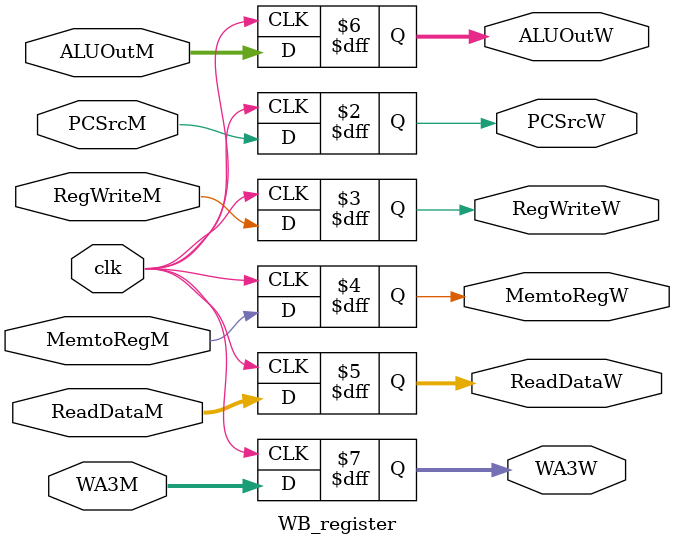
<source format=sv>
/* 
 * Written by: Luke Johnson and Brandon Kampsen
 * Date Written: 11-5-2025
 *
 * Description:
 *   Pipeline register that transfers all Memory-stage values
 *   into the Writeback stage. This keeps the W-stage signals
 *   fully synchronized with the clock so WB happens at the
 *   correct cycle boundary.
 *
 * note:
 *   All of these logic variables were given my Dr. Fourney in the project file
 */

module WB_register 
(
    //  this register updates on rising edge
    input  logic        clk,

    // Indicates branch resolution from memory stage
    input  logic        PCSrcM,

    // Standard register write-enable that continues into WB
    input  logic        RegWriteM,

    // Chooses whether writeback uses memory data or ALU result
    input  logic        MemtoRegM,

    // Data loaded from memory (if this was a load instruction)
    input  logic [31:0] ReadDataM,

    // ALU output forwarded into WB stage
    input  logic [31:0] ALUOutM,
	
    // Register index that will be written in WB stage
    input  logic [3:0]  WA3M,

    // Our outputs to the W stage:
    // Propagated branch control for the WB stage
    output logic        PCSrcW,

    // Write-enable for the register file in WB stage
    output logic        RegWriteW,

    // Controls the writeback data mux in WB
    output logic        MemtoRegW,

    // Memory data passed into writeback stage
    output logic [31:0] ReadDataW,

    // ALU result passed into writeback stage
    output logic [31:0] ALUOutW,

    // Register destination for the final writeback
    output logic [3:0]  WA3W
);

    // Clocked pipeline register:
    // Each rising edge captures the M-stage values so that
    // the writeback stage receives stable inputs for the
    // entire next cycle.
    always_ff @(posedge clk) begin
        PCSrcW     <= PCSrcM;
        RegWriteW  <= RegWriteM;
        MemtoRegW  <= MemtoRegM;
        ReadDataW  <= ReadDataM;
        ALUOutW    <= ALUOutM;
        WA3W       <= WA3M;
    end

endmodule

/***
Written by:  Nathan A. & Devin Nowowiejski
Date Written: 10-29-2025
Description: Memory (M) to Writeback (W) pipeline register.
			 Registers control and datapath signals for the WB stage.
***/


// Just update comments, no changes to variables 
/*
module WB_register (
	input  logic        clk,

	// M-stage inputs
	input  logic        PCSrcM,
	input  logic        RegWriteM,
	input  logic        MemtoRegM,
	input  logic [31:0] ReadDataM,
	input  logic [31:0] ALUOutM,
	input  logic [3:0]  WA3M,

	// W-stage outputs
	output logic        PCSrcW,
	output logic        RegWriteW,
	output logic        MemtoRegW,
	output logic [31:0] ReadDataW,
	output logic [31:0] ALUOutW,
	output logic [3:0]  WA3W
);

	// Register on posedge to align all pipeline stages
	always_ff @(posedge clk) begin
		PCSrcW     <= PCSrcM;
		RegWriteW  <= RegWriteM;
		MemtoRegW  <= MemtoRegM;
		ReadDataW  <= ReadDataM;
		ALUOutW    <= ALUOutM;
		WA3W       <= WA3M;
	end

endmodule




</source>
